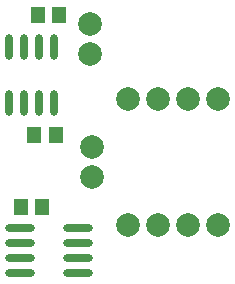
<source format=gbr>
G04 Layer_Color=255*
%FSLAX45Y45*%
%MOMM*%
%TF.FileFunction,Pads,Bot*%
%TF.Part,Single*%
G01*
G75*
%TA.AperFunction,SMDPad,CuDef*%
%ADD18R,1.20000X1.40000*%
%TA.AperFunction,ComponentPad*%
%ADD21C,2.00000*%
%TA.AperFunction,SMDPad,CuDef*%
%ADD23O,0.60000X2.20000*%
%ADD24O,2.50000X0.70000*%
D18*
X-953597Y457200D02*
D03*
X-773598D02*
D03*
X-660400Y1066800D02*
D03*
X-840400D02*
D03*
X-632800Y2082800D02*
D03*
X-812800D02*
D03*
D21*
X711200Y1371600D02*
D03*
X457200D02*
D03*
X203200D02*
D03*
X-50800D02*
D03*
X711200Y304800D02*
D03*
X457200D02*
D03*
X203200D02*
D03*
X-50800D02*
D03*
X-355600Y965200D02*
D03*
Y711200D02*
D03*
X-368300Y2006595D02*
D03*
Y1752595D02*
D03*
D23*
X-673100Y1334800D02*
D03*
X-800100D02*
D03*
X-927100D02*
D03*
X-1054100D02*
D03*
X-673100Y1814800D02*
D03*
X-800100D02*
D03*
X-927100D02*
D03*
X-1054100D02*
D03*
D24*
X-958799Y-101600D02*
D03*
Y25400D02*
D03*
Y152400D02*
D03*
Y279400D02*
D03*
X-468798Y-101600D02*
D03*
Y25400D02*
D03*
Y152400D02*
D03*
Y279400D02*
D03*
%TF.MD5,70eaf8b2bfb057a81ddd9cbd88c5742f*%
M02*

</source>
